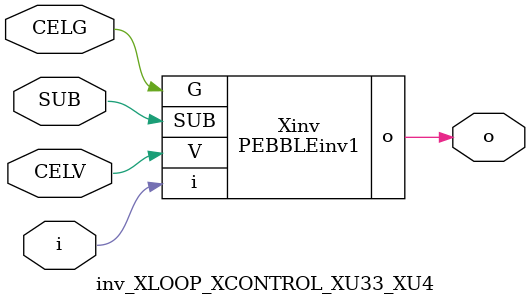
<source format=v>



module PEBBLEinv1 ( o, G, SUB, V, i );

  input V;
  input i;
  input G;
  output o;
  input SUB;
endmodule

//Celera Confidential Do Not Copy inv_XLOOP_XCONTROL_XU33_XU4
//Celera Confidential Symbol Generator
//5V Inverter
module inv_XLOOP_XCONTROL_XU33_XU4 (CELV,CELG,i,o,SUB);
input CELV;
input CELG;
input i;
input SUB;
output o;

//Celera Confidential Do Not Copy inv
PEBBLEinv1 Xinv(
.V (CELV),
.i (i),
.o (o),
.SUB (SUB),
.G (CELG)
);
//,diesize,PEBBLEinv1

//Celera Confidential Do Not Copy Module End
//Celera Schematic Generator
endmodule

</source>
